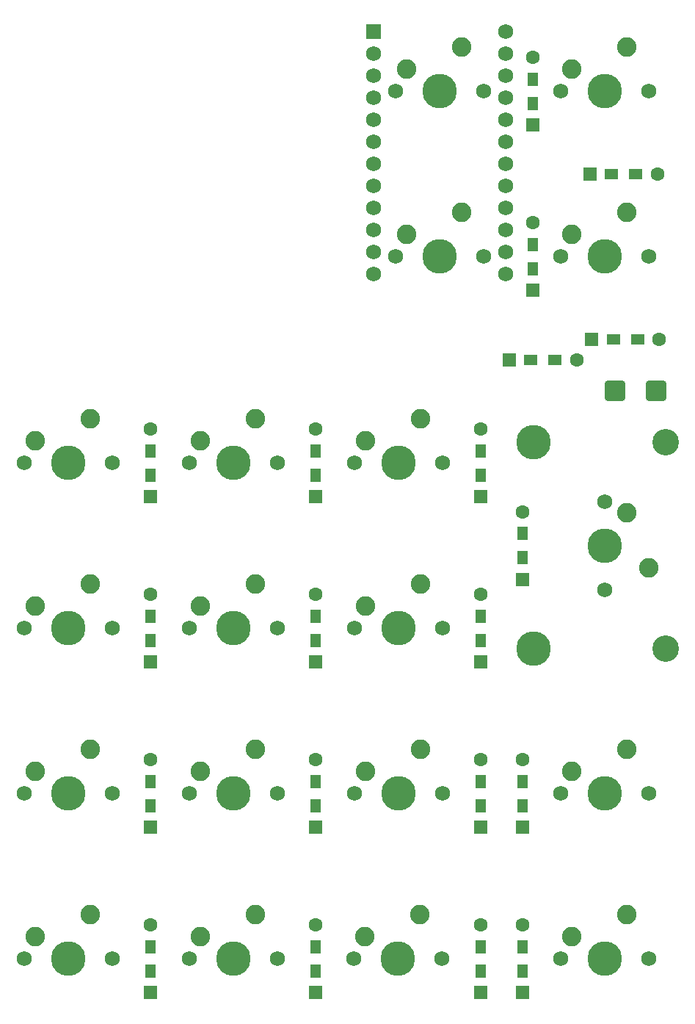
<source format=gbs>
G04 #@! TF.GenerationSoftware,KiCad,Pcbnew,(6.0.5)*
G04 #@! TF.CreationDate,2022-05-08T01:15:56+03:00*
G04 #@! TF.ProjectId,SIN-PAD,53494e2d-5041-4442-9e6b-696361645f70,rev?*
G04 #@! TF.SameCoordinates,Original*
G04 #@! TF.FileFunction,Soldermask,Bot*
G04 #@! TF.FilePolarity,Negative*
%FSLAX46Y46*%
G04 Gerber Fmt 4.6, Leading zero omitted, Abs format (unit mm)*
G04 Created by KiCad (PCBNEW (6.0.5)) date 2022-05-08 01:15:56*
%MOMM*%
%LPD*%
G01*
G04 APERTURE LIST*
G04 Aperture macros list*
%AMRoundRect*
0 Rectangle with rounded corners*
0 $1 Rounding radius*
0 $2 $3 $4 $5 $6 $7 $8 $9 X,Y pos of 4 corners*
0 Add a 4 corners polygon primitive as box body*
4,1,4,$2,$3,$4,$5,$6,$7,$8,$9,$2,$3,0*
0 Add four circle primitives for the rounded corners*
1,1,$1+$1,$2,$3*
1,1,$1+$1,$4,$5*
1,1,$1+$1,$6,$7*
1,1,$1+$1,$8,$9*
0 Add four rect primitives between the rounded corners*
20,1,$1+$1,$2,$3,$4,$5,0*
20,1,$1+$1,$4,$5,$6,$7,0*
20,1,$1+$1,$6,$7,$8,$9,0*
20,1,$1+$1,$8,$9,$2,$3,0*%
G04 Aperture macros list end*
%ADD10R,1.600000X1.200000*%
%ADD11R,1.600000X1.600000*%
%ADD12C,1.600000*%
%ADD13R,1.200000X1.600000*%
%ADD14C,3.987800*%
%ADD15C,1.750000*%
%ADD16C,2.250000*%
%ADD17C,3.048000*%
%ADD18RoundRect,0.250001X-0.899999X-0.899999X0.899999X-0.899999X0.899999X0.899999X-0.899999X0.899999X0*%
%ADD19R,1.752600X1.752600*%
%ADD20C,1.752600*%
%ADD21RoundRect,0.250001X0.899999X0.899999X-0.899999X0.899999X-0.899999X-0.899999X0.899999X-0.899999X0*%
G04 APERTURE END LIST*
D10*
X103375000Y-66675000D03*
D11*
X100875000Y-66675000D03*
D12*
X108675000Y-66675000D03*
D10*
X106175000Y-66675000D03*
D13*
X103584375Y-37118750D03*
D11*
X103584375Y-39618750D03*
D12*
X103584375Y-31818750D03*
D13*
X103584375Y-34318750D03*
D11*
X110190625Y-45243750D03*
D10*
X112690625Y-45243750D03*
D12*
X117990625Y-45243750D03*
D10*
X115490625Y-45243750D03*
D13*
X103584375Y-56168750D03*
D11*
X103584375Y-58668750D03*
D12*
X103584375Y-50868750D03*
D13*
X103584375Y-53368750D03*
D11*
X110400000Y-64293750D03*
D10*
X112900000Y-64293750D03*
D12*
X118200000Y-64293750D03*
D10*
X115700000Y-64293750D03*
D13*
X59531250Y-79981250D03*
D11*
X59531250Y-82481250D03*
D13*
X59531250Y-77181250D03*
D12*
X59531250Y-74681250D03*
D11*
X78581250Y-82481250D03*
D13*
X78581250Y-79981250D03*
D12*
X78581250Y-74681250D03*
D13*
X78581250Y-77181250D03*
D11*
X97631250Y-82481250D03*
D13*
X97631250Y-79981250D03*
D12*
X97631250Y-74681250D03*
D13*
X97631250Y-77181250D03*
D11*
X102393750Y-92006250D03*
D13*
X102393750Y-89506250D03*
D12*
X102393750Y-84206250D03*
D13*
X102393750Y-86706250D03*
X59531250Y-99031250D03*
D11*
X59531250Y-101531250D03*
D12*
X59531250Y-93731250D03*
D13*
X59531250Y-96231250D03*
D11*
X78581250Y-101531250D03*
D13*
X78581250Y-99031250D03*
X78581250Y-96231250D03*
D12*
X78581250Y-93731250D03*
D13*
X97631250Y-99031250D03*
D11*
X97631250Y-101531250D03*
D13*
X97631250Y-96231250D03*
D12*
X97631250Y-93731250D03*
D11*
X59531250Y-120581250D03*
D13*
X59531250Y-118081250D03*
D12*
X59531250Y-112781250D03*
D13*
X59531250Y-115281250D03*
D11*
X78581250Y-120581250D03*
D13*
X78581250Y-118081250D03*
D12*
X78581250Y-112781250D03*
D13*
X78581250Y-115281250D03*
X97631250Y-118081250D03*
D11*
X97631250Y-120581250D03*
D12*
X97631250Y-112781250D03*
D13*
X97631250Y-115281250D03*
X102393750Y-118081250D03*
D11*
X102393750Y-120581250D03*
D12*
X102393750Y-112781250D03*
D13*
X102393750Y-115281250D03*
D11*
X59531250Y-139631250D03*
D13*
X59531250Y-137131250D03*
D12*
X59531250Y-131831250D03*
D13*
X59531250Y-134331250D03*
D11*
X78581250Y-139631250D03*
D13*
X78581250Y-137131250D03*
X78581250Y-134331250D03*
D12*
X78581250Y-131831250D03*
D11*
X97631250Y-139631250D03*
D13*
X97631250Y-137131250D03*
D12*
X97631250Y-131831250D03*
D13*
X97631250Y-134331250D03*
X102393750Y-137131250D03*
D11*
X102393750Y-139631250D03*
D13*
X102393750Y-134331250D03*
D12*
X102393750Y-131831250D03*
D14*
X92868750Y-35718750D03*
D15*
X97948750Y-35718750D03*
X87788750Y-35718750D03*
D16*
X89058750Y-33178750D03*
X95408750Y-30638750D03*
D14*
X111918750Y-35718750D03*
D15*
X106838750Y-35718750D03*
X116998750Y-35718750D03*
D16*
X108108750Y-33178750D03*
X114458750Y-30638750D03*
D15*
X97948750Y-54768750D03*
D14*
X92868750Y-54768750D03*
D15*
X87788750Y-54768750D03*
D16*
X89058750Y-52228750D03*
X95408750Y-49688750D03*
D14*
X50006250Y-78581250D03*
D15*
X55086250Y-78581250D03*
X44926250Y-78581250D03*
D16*
X46196250Y-76041250D03*
X52546250Y-73501250D03*
D14*
X69056250Y-78581250D03*
D15*
X74136250Y-78581250D03*
X63976250Y-78581250D03*
D16*
X65246250Y-76041250D03*
X71596250Y-73501250D03*
D15*
X83026250Y-78581250D03*
X93186250Y-78581250D03*
D14*
X88106250Y-78581250D03*
D16*
X84296250Y-76041250D03*
X90646250Y-73501250D03*
D17*
X118903750Y-76200000D03*
D14*
X111918750Y-88106250D03*
D15*
X111918750Y-83026250D03*
X111918750Y-93186250D03*
D17*
X118903750Y-100012500D03*
D14*
X103663750Y-76200000D03*
X103663750Y-100012500D03*
D16*
X114458750Y-84296250D03*
X116998750Y-90646250D03*
D14*
X50006250Y-97631250D03*
D15*
X44926250Y-97631250D03*
X55086250Y-97631250D03*
D16*
X46196250Y-95091250D03*
X52546250Y-92551250D03*
D14*
X69056250Y-97631250D03*
D15*
X74136250Y-97631250D03*
X63976250Y-97631250D03*
D16*
X65246250Y-95091250D03*
X71596250Y-92551250D03*
D14*
X88106250Y-97631250D03*
D15*
X93186250Y-97631250D03*
X83026250Y-97631250D03*
D16*
X84296250Y-95091250D03*
X90646250Y-92551250D03*
D15*
X44926250Y-116681250D03*
X55086250Y-116681250D03*
D14*
X50006250Y-116681250D03*
D16*
X46196250Y-114141250D03*
X52546250Y-111601250D03*
D15*
X63976250Y-116681250D03*
X74136250Y-116681250D03*
D14*
X69056250Y-116681250D03*
D16*
X65246250Y-114141250D03*
X71596250Y-111601250D03*
D15*
X83026250Y-116681250D03*
D14*
X88106250Y-116681250D03*
D15*
X93186250Y-116681250D03*
D16*
X84296250Y-114141250D03*
X90646250Y-111601250D03*
D15*
X116998750Y-116681250D03*
X106838750Y-116681250D03*
D14*
X111918750Y-116681250D03*
D16*
X108108750Y-114141250D03*
X114458750Y-111601250D03*
D14*
X50006250Y-135731250D03*
D15*
X55086250Y-135731250D03*
X44926250Y-135731250D03*
D16*
X46196250Y-133191250D03*
X52546250Y-130651250D03*
D15*
X63976250Y-135731250D03*
X74136250Y-135731250D03*
D14*
X69056250Y-135731250D03*
D16*
X65246250Y-133191250D03*
X71596250Y-130651250D03*
D15*
X93080000Y-135731250D03*
D14*
X88000000Y-135731250D03*
D15*
X82920000Y-135731250D03*
D16*
X84190000Y-133191250D03*
X90540000Y-130651250D03*
D15*
X116998750Y-135731250D03*
D14*
X111918750Y-135731250D03*
D15*
X106838750Y-135731250D03*
D16*
X108108750Y-133191250D03*
X114458750Y-130651250D03*
D14*
X111918750Y-54768750D03*
D15*
X106838750Y-54768750D03*
X116998750Y-54768750D03*
D16*
X108108750Y-52228750D03*
X114458750Y-49688750D03*
D18*
X117871875Y-70246875D03*
D19*
X85248750Y-28892500D03*
D20*
X85248750Y-31432500D03*
X85248750Y-33972500D03*
X85248750Y-36512500D03*
X85248750Y-39052500D03*
X85248750Y-41592500D03*
X85248750Y-44132500D03*
X85248750Y-46672500D03*
X85248750Y-49212500D03*
X85248750Y-51752500D03*
X85248750Y-54292500D03*
X85248750Y-56832500D03*
X100488750Y-56832500D03*
X100488750Y-54292500D03*
X100488750Y-51752500D03*
X100488750Y-49212500D03*
X100488750Y-46672500D03*
X100488750Y-44132500D03*
X100488750Y-41592500D03*
X100488750Y-39052500D03*
X100488750Y-36512500D03*
X100488750Y-33972500D03*
X100488750Y-31432500D03*
X100488750Y-28892500D03*
D21*
X113109375Y-70246875D03*
M02*

</source>
